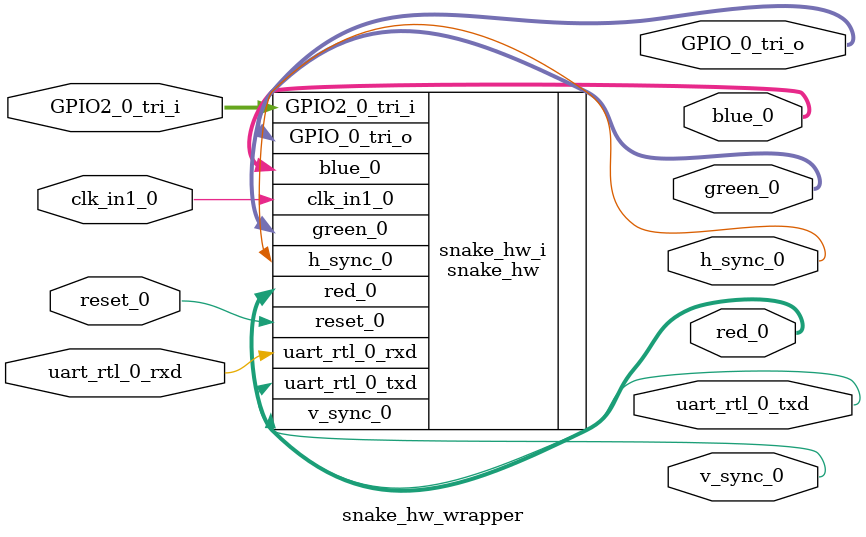
<source format=v>
`timescale 1 ps / 1 ps

module snake_hw_wrapper
   (GPIO2_0_tri_i,
    GPIO_0_tri_o,
    blue_0,
    clk_in1_0,
    green_0,
    h_sync_0,
    red_0,
    reset_0,
    uart_rtl_0_rxd,
    uart_rtl_0_txd,
    v_sync_0);
  input [7:0]GPIO2_0_tri_i;
  output [23:0]GPIO_0_tri_o;
  output [1:0]blue_0;
  input clk_in1_0;
  output [1:0]green_0;
  output h_sync_0;
  output [1:0]red_0;
  input reset_0;
  input uart_rtl_0_rxd;
  output uart_rtl_0_txd;
  output v_sync_0;

  wire [7:0]GPIO2_0_tri_i;
  wire [23:0]GPIO_0_tri_o;
  wire [1:0]blue_0;
  wire clk_in1_0;
  wire [1:0]green_0;
  wire h_sync_0;
  wire [1:0]red_0;
  wire reset_0;
  wire uart_rtl_0_rxd;
  wire uart_rtl_0_txd;
  wire v_sync_0;

  snake_hw snake_hw_i
       (.GPIO2_0_tri_i(GPIO2_0_tri_i),
        .GPIO_0_tri_o(GPIO_0_tri_o),
        .blue_0(blue_0),
        .clk_in1_0(clk_in1_0),
        .green_0(green_0),
        .h_sync_0(h_sync_0),
        .red_0(red_0),
        .reset_0(reset_0),
        .uart_rtl_0_rxd(uart_rtl_0_rxd),
        .uart_rtl_0_txd(uart_rtl_0_txd),
        .v_sync_0(v_sync_0));
endmodule

</source>
